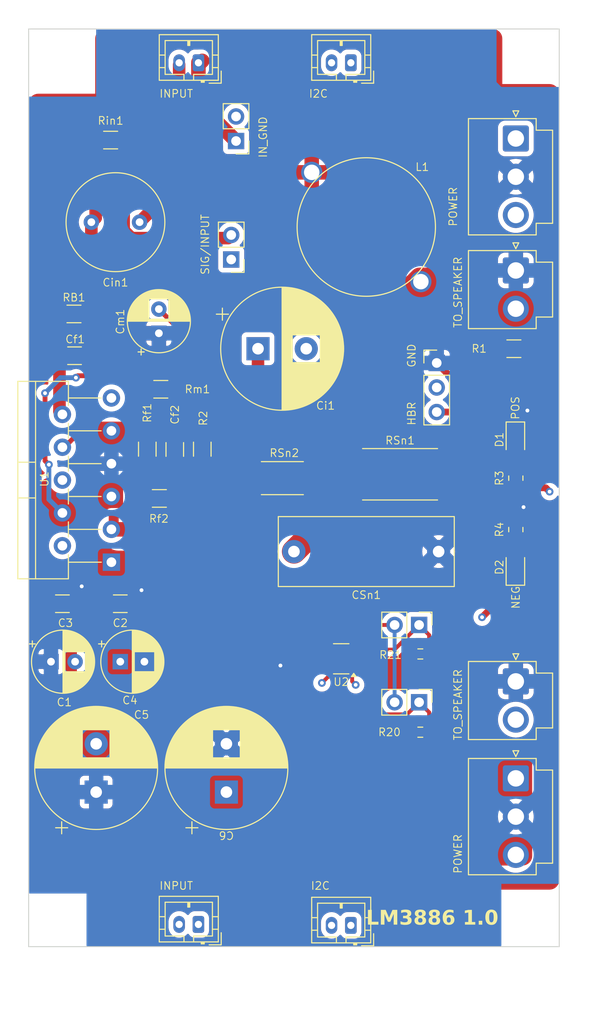
<source format=kicad_pcb>
(kicad_pcb (version 20240108) (generator "pcbnew") (generator_version "8.0")
  (layers (0 "F.Cu" signal) (1 "In1.Cu" signal) (2 "In2.Cu" signal) (31 "B.Cu" signal) (34 "B.Paste" user) (35 "F.Paste" user) (36 "B.SilkS" user "B.Silkscreen") (37 "F.SilkS" user "F.Silkscreen") (38 "B.Mask" user) (39 "F.Mask" user) (44 "Edge.Cuts" user))
  (net 0 "")
  (net 1 "CH1-IN")
  (net 2 "Net-(Ci1-Pad1)")
  (net 3 "VP")
  (net 4 "VM")
  (net 5 "CH1-OUT")
  (net 6 "INPUTGND")
  (net 7 "PGND")
  (net 8 "Net-(CSn1-Pad2)")
  (net 9 "Net-(D1-A)")
  (net 10 "Net-(D2-A)")
  (net 11 "Net-(Cin1-Pad2)")
  (net 12 "FB1")
  (net 13 "SIGGND")
  (net 14 "Net-(U1-+)")
  (net 15 "CH1GND")
  (net 16 "OPAMP_NEG")
  (net 17 "FB2")
  (net 18 "Net-(J6-Pin_3)")
  (net 19 "Net-(U1-MUTE)")
  (net 23 "SDA")
  (net 24 "SCL")
  (net 25 "3V3")
  (net 26 "ADD0")
  (net 27 "ADD1")
  (footprint "Capacitor_SMD:C_1206_3216Metric_Pad1.33x1.80mm_HandSolder" (layer "F.Cu") (at 81.058353 71.276232)
    (property "Reference" "Cf1" (at 0.0625 -1.7 0) (layer "F.SilkS") (effects (font (size 0.8 0.8) (thickness 0.1))))
    (property "Value" "680p")
    (pad "1" smd roundrect (at -1.5625 0) (size 1.325 1.8) (layers "F.Cu" "F.Paste" "F.Mask") (roundrect_rratio 0.188679) (net 14 "Net-(U1-+)"))
    (pad "2" smd roundrect (at 1.5625 0) (size 1.325 1.8) (layers "F.Cu" "F.Paste" "F.Mask") (roundrect_rratio 0.188679) (net 6 "INPUTGND"))
  )
  (footprint "Resistor_SMD:R_1206_3216Metric_Pad1.30x1.75mm_HandSolder" (layer "F.Cu") (at 94.3 80.95 -90)
    (property "Reference" "R2" (at -3.2 -0.1 90) (layer "F.SilkS") (effects (font (size 0.8 0.8) (thickness 0.1))))
    (property "Value" "1.0K")
    (pad "1" smd roundrect (at -1.55 0 270) (size 1.3 1.75) (layers "F.Cu" "F.Paste" "F.Mask") (roundrect_rratio 0.192308) (net 16 "OPAMP_NEG"))
    (pad "2" smd roundrect (at 1.55 0 270) (size 1.3 1.75) (layers "F.Cu" "F.Paste" "F.Mask") (roundrect_rratio 0.192308) (net 2 "Net-(Ci1-Pad1)"))
  )
  (footprint "Connector_JST:JST_VH_B2P-VH_1x02_P3.96mm_Vertical" (layer "F.Cu") (at 126.8 104.99 -90)
    (property "Reference" "J7" (hide yes))
    (property "Value" "Conn_01x02_Male")
    (pad "1" thru_hole roundrect (at 0 0 270) (size 2.7 2.7) (drill 1.7) (layers "*.Cu" "*.Mask") (roundrect_rratio 0.092593) (net 7 "PGND"))
    (pad "2" thru_hole circle (at 3.96 0 270) (size 2.7 2.7) (drill 1.7) (layers "*.Cu" "*.Mask") (net 5 "CH1-OUT"))
  )
  (footprint "Connector_JST:JST_PH_B2B-PH-K_1x02_P2.00mm_Vertical" (layer "F.Cu") (at 93.9 130.15 180)
    (property "Reference" "J9" (hide yes))
    (property "Value" "Conn_01x02_Male")
    (pad "1" thru_hole roundrect (at 0 0 180) (size 1.2 1.75) (drill 0.75) (layers "*.Cu" "*.Mask") (roundrect_rratio 0.208333) (net 15 "CH1GND"))
    (pad "2" thru_hole oval (at 2 0 180) (size 1.2 1.75) (drill 0.75) (layers "*.Cu" "*.Mask") (net 1 "CH1-IN"))
  )
  (footprint "Capacitor_THT:CP_Radial_D6.3mm_P2.50mm" (layer "F.Cu") (at 78.617621 102.95)
    (property "Reference" "C3" (at 1.5 -4 0) (layer "F.SilkS") (effects (font (size 0.8 0.8) (thickness 0.1))))
    (property "Value" "22U 50V")
    (pad "1" thru_hole rect (at 0 0) (size 1.6 1.6) (drill 0.8) (layers "*.Cu" "*.Mask") (net 7 "PGND"))
    (pad "2" thru_hole circle (at 2.5 0) (size 1.6 1.6) (drill 0.8) (layers "*.Cu" "*.Mask") (net 4 "VM"))
  )
  (footprint "Resistor_SMD:R_1206_3216Metric_Pad1.30x1.75mm_HandSolder" (layer "F.Cu") (at 126.6 70.55 180)
    (property "Reference" "R1" (at 3.6 0 0) (layer "F.SilkS") (effects (font (size 0.8 0.8) (thickness 0.1))))
    (property "Value" "15R")
    (pad "1" smd roundrect (at -1.55 0 180) (size 1.3 1.75) (layers "F.Cu" "F.Paste" "F.Mask") (roundrect_rratio 0.192308) (net 18 "Net-(J6-Pin_3)"))
    (pad "2" smd roundrect (at 1.55 0 180) (size 1.3 1.75) (layers "F.Cu" "F.Paste" "F.Mask") (roundrect_rratio 0.192308) (net 7 "PGND"))
  )
  (footprint "Resistor_SMD:R_0805_2012Metric_Pad1.20x1.40mm_HandSolder" (layer "F.Cu") (at 126.8 83.95 -90)
    (property "Reference" "R3" (at 0 1.7 90) (layer "F.SilkS") (effects (font (size 0.8 0.8) (thickness 0.1))))
    (property "Value" "9.1K")
    (pad "1" smd roundrect (at -1 0 270) (size 1.2 1.4) (layers "F.Cu" "F.Paste" "F.Mask") (roundrect_rratio 0.208333) (net 9 "Net-(D1-A)"))
    (pad "2" smd roundrect (at 1 0 270) (size 1.2 1.4) (layers "F.Cu" "F.Paste" "F.Mask") (roundrect_rratio 0.208333) (net 3 "VP"))
  )
  (footprint "Capacitor_THT:CP_Radial_D6.3mm_P2.50mm" (layer "F.Cu") (at 85.8 102.95)
    (property "Reference" "C4" (at 1 4 0) (layer "F.SilkS") (effects (font (size 0.8 0.8) (thickness 0.1))))
    (property "Value" "22U 50V")
    (pad "1" thru_hole rect (at 0 0) (size 1.6 1.6) (drill 0.8) (layers "*.Cu" "*.Mask") (net 3 "VP"))
    (pad "2" thru_hole circle (at 2.5 0) (size 1.6 1.6) (drill 0.8) (layers "*.Cu" "*.Mask") (net 7 "PGND"))
  )
  (footprint "Capacitor_THT:CP_Radial_D12.5mm_P5.00mm" (layer "F.Cu") (at 100.076041 70.55)
    (property "Reference" "Ci1" (at 7 5.9 0) (layer "F.SilkS") (effects (font (size 0.8 0.8) (thickness 0.1))))
    (property "Value" "470U")
    (pad "1" thru_hole rect (at 0 0) (size 2.4 2.4) (drill 1.2) (layers "*.Cu" "*.Mask") (net 2 "Net-(Ci1-Pad1)"))
    (pad "2" thru_hole circle (at 5 0) (size 2.4 2.4) (drill 1.2) (layers "*.Cu" "*.Mask") (net 13 "SIGGND"))
  )
  (footprint "MountingHole:MountingHole_3mm" (layer "F.Cu") (at 128.8 129.95)
    (property "Reference" "H4" (hide yes))
    (property "Value" "MountingHole")
    (pad "" np_thru_hole circle (at 0 0) (size 3 3) (drill 3) (layers "*.Cu" "*.Mask"))
  )
  (footprint "Package_TO_SOT_SMD:SOT-23-6" (layer "F.Cu") (at 108.7 102.65 180)
    (property "Reference" "U2" (at 0 -2.4 360) (layer "F.SilkS") (effects (font (size 0.8 0.8) (thickness 0.1))))
    (property "Value" "TMP100")
    (pad "1" smd roundrect (at -1.1375 -0.95 180) (size 1.325 0.6) (layers "F.Cu" "F.Paste" "F.Mask") (net 24 "SCL"))
    (pad "2" smd roundrect (at -1.1375 0 180) (size 1.325 0.6) (layers "F.Cu" "F.Paste" "F.Mask") (net 7 "PGND"))
    (pad "3" smd roundrect (at -1.1375 0.95 180) (size 1.325 0.6) (layers "F.Cu" "F.Paste" "F.Mask") (net 27 "ADD1"))
    (pad "4" smd roundrect (at 1.1375 0.95 180) (size 1.325 0.6) (layers "F.Cu" "F.Paste" "F.Mask") (net 25 "3V3"))
    (pad "5" smd roundrect (at 1.1375 0 180) (size 1.325 0.6) (layers "F.Cu" "F.Paste" "F.Mask") (net 26 "ADD0"))
    (pad "6" smd roundrect (at 1.1375 -0.95 180) (size 1.325 0.6) (layers "F.Cu" "F.Paste" "F.Mask") (net 23 "SDA"))
  )
  (footprint "Capacitor_SMD:C_1206_3216Metric_Pad1.33x1.80mm_HandSolder" (layer "F.Cu") (at 85.8 96.95)
    (property "Reference" "C2" (at 0 2 0) (layer "F.SilkS") (effects (font (size 0.8 0.8) (thickness 0.1))))
    (property "Value" "4.7U X7R 50V")
    (pad "1" smd roundrect (at -1.5625 0) (size 1.325 1.8) (layers "F.Cu" "F.Paste" "F.Mask") (roundrect_rratio 0.188679) (net 3 "VP"))
    (pad "2" smd roundrect (at 1.5625 0) (size 1.325 1.8) (layers "F.Cu" "F.Paste" "F.Mask") (roundrect_rratio 0.188679) (net 7 "PGND"))
  )
  (footprint "Resistor_SMD:R_1206_3216Metric_Pad1.30x1.75mm_HandSolder" (layer "F.Cu") (at 88.6 80.95 90)
    (property "Reference" "Rf1" (at 3.75 0 90) (layer "F.SilkS") (effects (font (size 0.8 0.8) (thickness 0.1))))
    (property "Value" "23.4K")
    (pad "1" smd roundrect (at -1.55 0 90) (size 1.3 1.75) (layers "F.Cu" "F.Paste" "F.Mask") (roundrect_rratio 0.192308) (net 12 "FB1"))
    (pad "2" smd roundrect (at 1.55 0 90) (size 1.3 1.75) (layers "F.Cu" "F.Paste" "F.Mask") (roundrect_rratio 0.192308) (net 16 "OPAMP_NEG"))
  )
  (footprint "Connector_JST:JST_PH_B2B-PH-K_1x02_P2.00mm_Vertical" (layer "F.Cu") (at 109.7 130.25 180)
    (property "Reference" "J11" (hide yes))
    (property "Value" "Conn_01x02_Male")
    (pad "1" thru_hole roundrect (at 0 0 180) (size 1.2 1.75) (drill 0.75) (layers "*.Cu" "*.Mask") (roundrect_rratio 0.208333) (net 24 "SCL"))
    (pad "2" thru_hole oval (at 2 0 180) (size 1.2 1.75) (drill 0.75) (layers "*.Cu" "*.Mask") (net 23 "SDA"))
  )
  (footprint "Connector_JST:JST_PH_B2B-PH-K_1x02_P2.00mm_Vertical" (layer "F.Cu") (at 93.9 40.95 180)
    (property "Reference" "J2" (hide yes))
    (property "Value" "Conn_01x02_Male")
    (pad "1" thru_hole roundrect (at 0 0 180) (size 1.2 1.75) (drill 0.75) (layers "*.Cu" "*.Mask") (roundrect_rratio 0.208333) (net 15 "CH1GND"))
    (pad "2" thru_hole oval (at 2 0 180) (size 1.2 1.75) (drill 0.75) (layers "*.Cu" "*.Mask") (net 1 "CH1-IN"))
  )
  (footprint "Connector_JST:JST_VH_B3P-VH-B_1x03_P3.96mm_Vertical" (layer "F.Cu") (at 126.8 48.7875 -90)
    (property "Reference" "J3" (hide yes))
    (property "Value" "Conn_01x03_Male")
    (pad "1" thru_hole roundrect (at 0 0 270) (size 2.7 2.7) (drill 1.7) (layers "*.Cu" "*.Mask") (roundrect_rratio 0.092593) (net 3 "VP"))
    (pad "2" thru_hole circle (at 3.96 0 270) (size 2.7 2.7) (drill 1.7) (layers "*.Cu" "*.Mask") (net 7 "PGND"))
    (pad "3" thru_hole circle (at 7.92 0 270) (size 2.7 2.7) (drill 1.7) (layers "*.Cu" "*.Mask") (net 4 "VM"))
  )
  (footprint "Resistor_SMD:R_0603_1608Metric_Pad0.98x0.95mm_HandSolder" (layer "F.Cu") (at 116.9 102.15)
    (property "Reference" "R21" (at -3.0875 0.1 0) (layer "F.SilkS") (effects (font (size 0.8 0.8) (thickness 0.1))))
    (property "Value" "4.7K")
    (pad "1" smd roundrect (at -0.9125 0) (size 0.975 0.95) (layers "F.Cu" "F.Paste" "F.Mask") (net 7 "PGND"))
    (pad "2" smd roundrect (at 0.9125 0) (size 0.975 0.95) (layers "F.Cu" "F.Paste" "F.Mask") (net 27 "ADD1"))
  )
  (footprint "Resistor_SMD:R_2512_6332Metric_Pad1.40x3.35mm_HandSolder" (layer "F.Cu") (at 102.6 83.95 180)
    (property "Reference" "RSn2" (at -0.2 2.6 0) (layer "F.SilkS") (effects (font (size 0.8 0.8) (thickness 0.1))))
    (property "Value" "4R7 2W")
    (pad "1" smd roundrect (at -3.05 0 180) (size 1.4 3.35) (layers "F.Cu" "F.Paste" "F.Mask") (roundrect_rratio 0.178571) (net 8 "Net-(CSn1-Pad2)"))
    (pad "2" smd roundrect (at 3.05 0 180) (size 1.4 3.35) (layers "F.Cu" "F.Paste" "F.Mask") (roundrect_rratio 0.178571) (net 12 "FB1"))
  )
  (footprint "Connector_PinHeader_2.54mm:PinHeader_1x02_P2.54mm_Vertical" (layer "F.Cu") (at 97.8 49.05 180)
    (property "Reference" "J1" (hide yes))
    (property "Value" "Conn_01x02_Male")
    (pad "1" thru_hole rect (at 0 0 180) (size 1.7 1.7) (drill 1) (layers "*.Cu" "*.Mask") (net 15 "CH1GND"))
    (pad "2" thru_hole oval (at 0 2.54 180) (size 1.7 1.7) (drill 1) (layers "*.Cu" "*.Mask") (net 6 "INPUTGND"))
  )
  (footprint "Capacitor_SMD:C_1206_3216Metric_Pad1.33x1.80mm_HandSolder" (layer "F.Cu") (at 79.8 96.95 180)
    (property "Reference" "C1" (at -0.2 -10.2 0) (layer "F.SilkS") (effects (font (size 0.8 0.8) (thickness 0.1))))
    (property "Value" "4.7U X7R 50V")
    (pad "1" smd roundrect (at -1.5625 0 180) (size 1.325 1.8) (layers "F.Cu" "F.Paste" "F.Mask") (roundrect_rratio 0.188679) (net 7 "PGND"))
    (pad "2" smd roundrect (at 1.5625 0 180) (size 1.325 1.8) (layers "F.Cu" "F.Paste" "F.Mask") (roundrect_rratio 0.188679) (net 4 "VM"))
  )
  (footprint "Connector_PinHeader_2.54mm:PinHeader_1x02_P2.54mm_Vertical" (layer "F.Cu") (at 116.775 99.15 -90)
    (property "Reference" "J13" (hide yes))
    (property "Value" "Conn_01x02_Male")
    (pad "1" thru_hole rect (at 0 0 270) (size 1.7 1.7) (drill 1) (layers "*.Cu" "*.Mask") (net 27 "ADD1"))
    (pad "2" thru_hole oval (at 0 2.54 270) (size 1.7 1.7) (drill 1) (layers "*.Cu" "*.Mask") (net 25 "3V3"))
  )
  (footprint "Resistor_SMD:R_1206_3216Metric_Pad1.30x1.75mm_HandSolder" (layer "F.Cu") (at 90 74.75 180)
    (property "Reference" "Rm1" (at -3.8 0 0) (layer "F.SilkS") (effects (font (size 0.8 0.8) (thickness 0.1))))
    (property "Value" "38.3K")
    (pad "1" smd roundrect (at -1.55 0 180) (size 1.3 1.75) (layers "F.Cu" "F.Paste" "F.Mask") (roundrect_rratio 0.192308) (net 19 "Net-(U1-MUTE)"))
    (pad "2" smd roundrect (at 1.55 0 180) (size 1.3 1.75) (layers "F.Cu" "F.Paste" "F.Mask") (roundrect_rratio 0.192308) (net 4 "VM"))
  )
  (footprint "MountingHole:MountingHole_3mm" (layer "F.Cu") (at 78.8 39.95)
    (property "Reference" "H1" (hide yes))
    (property "Value" "MountingHole")
    (pad "" np_thru_hole circle (at 0 0) (size 3 3) (drill 3) (layers "*.Cu" "*.Mask"))
  )
  (footprint "Package_TO_SOT_THT:TO-220-11_P3.4x5.08mm_StaggerOdd_Lead4.85mm_Vertical" (layer "F.Cu") (at 84.88 92.65 90)
    (property "Reference" "U1" (at 8.6 -6.935 90) (layer "F.SilkS") (effects (font (size 0.8 0.8) (thickness 0.1))))
    (property "Value" "LM3886")
    (pad "1" thru_hole rect (at 0 0 90) (size 1.8 1.8) (drill 1) (layers "*.Cu" "*.Mask") (net 3 "VP"))
    (pad "2" thru_hole oval (at 1.7 -5.08 90) (size 1.8 1.8) (drill 1) (layers "*.Cu" "*.Mask"))
    (pad "3" thru_hole oval (at 3.4 0 90) (size 1.8 1.8) (drill 1) (layers "*.Cu" "*.Mask") (net 12 "FB1"))
    (pad "4" thru_hole oval (at 5.1 -5.08 90) (size 1.8 1.8) (drill 1) (layers "*.Cu" "*.Mask") (net 4 "VM"))
    (pad "5" thru_hole oval (at 6.8 0 90) (size 1.8 1.8) (drill 1) (layers "*.Cu" "*.Mask") (net 3 "VP"))
    (pad "6" thru_hole oval (at 8.5 -5.08 90) (size 1.8 1.8) (drill 1) (layers "*.Cu" "*.Mask"))
    (pad "7" thru_hole oval (at 10.2 0 90) (size 1.8 1.8) (drill 1) (layers "*.Cu" "*.Mask") (net 7 "PGND"))
    (pad "8" thru_hole oval (at 11.9 -5.08 90) (size 1.8 1.8) (drill 1) (layers "*.Cu" "*.Mask") (net 19 "Net-(U1-MUTE)"))
    (pad "9" thru_hole oval (at 13.6 0 90) (size 1.8 1.8) (drill 1) (layers "*.Cu" "*.Mask") (net 16 "OPAMP_NEG"))
    (pad "10" thru_hole oval (at 15.3 -5.08 90) (size 1.8 1.8) (drill 1) (layers "*.Cu" "*.Mask") (net 14 "Net-(U1-+)"))
    (pad "11" thru_hole oval (at 17 0 90) (size 1.8 1.8) (drill 1) (layers "*.Cu" "*.Mask"))
  )
  (footprint "Capacitor_THT:C_Radial_D10.0mm_H12.5mm_P5.00mm" (layer "F.Cu") (at 87.8 57.45 180)
    (property "Reference" "Cin1" (at 2.5 -6.25 0) (layer "F.SilkS") (effects (font (size 0.8 0.8) (thickness 0.1))))
    (property "Value" "22u NICHICON MUSE ES")
    (pad "1" thru_hole circle (at 0 0 180) (size 1.6 1.6) (drill 0.8) (layers "*.Cu" "*.Mask") (net 1 "CH1-IN"))
    (pad "2" thru_hole circle (at 5 0 180) (size 1.6 1.6) (drill 0.8) (layers "*.Cu" "*.Mask") (net 11 "Net-(Cin1-Pad2)"))
  )
  (footprint "Connector_PinHeader_2.54mm:PinHeader_1x03_P2.54mm_Vertical" (layer "F.Cu") (at 118.6 72.025)
    (property "Reference" "J6" (hide yes))
    (property "Value" "Conn_01x03_Male")
    (pad "1" thru_hole rect (at 0 0) (size 1.7 1.7) (drill 1) (layers "*.Cu" "*.Mask") (net 7 "PGND"))
    (pad "2" thru_hole oval (at 0 2.54) (size 1.7 1.7) (drill 1) (layers "*.Cu" "*.Mask") (net 13 "SIGGND"))
    (pad "3" thru_hole oval (at 0 5.08) (size 1.7 1.7) (drill 1) (layers "*.Cu" "*.Mask") (net 18 "Net-(J6-Pin_3)"))
  )
  (footprint "Capacitor_THT:C_Rect_L18.0mm_W7.0mm_P15.00mm_FKS3_FKP3" (layer "F.Cu") (at 118.8 91.55 180)
    (property "Reference" "CSn1" (at 7.5 -4.5 0) (layer "F.SilkS") (effects (font (size 0.8 0.8) (thickness 0.1))))
    (property "Value" "220N PP 100V")
    (pad "1" thru_hole circle (at 0 0 180) (size 2.4 2.4) (drill 1.2) (layers "*.Cu" "*.Mask") (net 7 "PGND"))
    (pad "2" thru_hole circle (at 15 0 180) (size 2.4 2.4) (drill 1.2) (layers "*.Cu" "*.Mask") (net 8 "Net-(CSn1-Pad2)"))
  )
  (footprint "Resistor_SMD:R_0805_2012Metric_Pad1.20x1.40mm_HandSolder" (layer "F.Cu") (at 126.8 89.275 90)
    (property "Reference" "R4" (at 0 -1.7 90) (layer "F.SilkS") (effects (font (size 0.8 0.8) (thickness 0.1))))
    (property "Value" "9.1K")
    (pad "1" smd roundrect (at -1 0 90) (size 1.2 1.4) (layers "F.Cu" "F.Paste" "F.Mask") (roundrect_rratio 0.208333) (net 10 "Net-(D2-A)"))
    (pad "2" smd roundrect (at 1 0 90) (size 1.2 1.4) (layers "F.Cu" "F.Paste" "F.Mask") (roundrect_rratio 0.208333) (net 7 "PGND"))
  )
  (footprint "MountingHole:MountingHole_3mm" (layer "F.Cu") (at 128.8 39.95)
    (property "Reference" "H2" (hide yes))
    (property "Value" "MountingHole")
    (pad "" np_thru_hole circle (at 0 0) (size 3 3) (drill 3) (layers "*.Cu" "*.Mask"))
  )
  (footprint "Resistor_SMD:R_4020_10251Metric_Pad1.65x5.30mm_HandSolder" (layer "F.Cu") (at 114.8 83.55 180)
    (property "Reference" "RSn1" (at 0 3.5 0) (layer "F.SilkS") (effects (font (size 0.8 0.8) (thickness 0.1))))
    (property "Value" "10R")
    (pad "1" smd roundrect (at -4.9 0 180) (size 1.65 5.3) (layers "F.Cu" "F.Paste" "F.Mask") (roundrect_rratio 0.151515) (net 5 "CH1-OUT"))
    (pad "2" smd roundrect (at 4.9 0 180) (size 1.65 5.3) (layers "F.Cu" "F.Paste" "F.Mask") (roundrect_rratio 0.151515) (net 12 "FB1"))
  )
  (footprint "Connector_JST:JST_VH_B2P-VH_1x02_P3.96mm_Vertical" (layer "F.Cu") (at 126.8 62.45 -90)
    (property "Reference" "J4" (hide yes))
    (property "Value" "Conn_01x02_Male")
    (pad "1" thru_hole roundrect (at 0 0 270) (size 2.7 2.7) (drill 1.7) (layers "*.Cu" "*.Mask") (roundrect_rratio 0.092593) (net 7 "PGND"))
    (pad "2" thru_hole circle (at 3.96 0 270) (size 2.7 2.7) (drill 1.7) (layers "*.Cu" "*.Mask") (net 5 "CH1-OUT"))
  )
  (footprint "LED_SMD:LED_0805_2012Metric_Pad1.15x1.40mm_HandSolder" (layer "F.Cu") (at 126.755 79.995 -90)
    (property "Reference" "D1" (at -0.02 1.655 90) (layer "F.SilkS") (effects (font (size 0.8 0.8) (thickness 0.1))))
    (property "Value" "BLUE")
    (pad "1" smd roundrect (at -1.025 0 270) (size 1.15 1.4) (layers "F.Cu" "F.Paste" "F.Mask") (roundrect_rratio 0.217391) (net 7 "PGND"))
    (pad "2" smd roundrect (at 1.025 0 270) (size 1.15 1.4) (layers "F.Cu" "F.Paste" "F.Mask") (roundrect_rratio 0.217391) (net 9 "Net-(D1-A)"))
  )
  (footprint "Resistor_SMD:R_0603_1608Metric_Pad0.98x0.95mm_HandSolder" (layer "F.Cu") (at 116.9 110.25)
    (property "Reference" "R20" (at -3.2 0 0) (layer "F.SilkS") (effects (font (size 0.8 0.8) (thickness 0.1))))
    (property "Value" "4.7K")
    (pad "1" smd roundrect (at -0.9125 0) (size 0.975 0.95) (layers "F.Cu" "F.Paste" "F.Mask") (net 7 "PGND"))
    (pad "2" smd roundrect (at 0.9125 0) (size 0.975 0.95) (layers "F.Cu" "F.Paste" "F.Mask") (net 26 "ADD0"))
  )
  (footprint "Resistor_SMD:R_1206_3216Metric_Pad1.30x1.75mm_HandSolder" (layer "F.Cu") (at 84.8 48.95 180)
    (property "Reference" "Rin1" (at 0 2 0) (layer "F.SilkS") (effects (font (size 0.8 0.8) (thickness 0.1))))
    (property "Value" "20K")
    (pad "1" smd roundrect (at -1.55 0 180) (size 1.3 1.75) (layers "F.Cu" "F.Paste" "F.Mask") (roundrect_rratio 0.192308) (net 6 "INPUTGND"))
    (pad "2" smd roundrect (at 1.55 0 180) (size 1.3 1.75) (layers "F.Cu" "F.Paste" "F.Mask") (roundrect_rratio 0.192308) (net 11 "Net-(Cin1-Pad2)"))
  )
  (footprint "Capacitor_THT:CP_Radial_D6.3mm_P2.50mm" (layer "F.Cu") (at 89.8 68.95 90)
    (property "Reference" "Cm1" (at 1.2 -4 90) (layer "F.SilkS") (effects (font (size 0.8 0.8) (thickness 0.1))))
    (property "Value" "47U 50V")
    (pad "1" thru_hole rect (at 0 0 90) (size 1.6 1.6) (drill 0.8) (layers "*.Cu" "*.Mask") (net 7 "PGND"))
    (pad "2" thru_hole circle (at 2.5 0 90) (size 1.6 1.6) (drill 0.8) (layers "*.Cu" "*.Mask") (net 19 "Net-(U1-MUTE)"))
  )
  (footprint "Connector_JST:JST_PH_B2B-PH-K_1x02_P2.00mm_Vertical" (layer "F.Cu") (at 109.7 40.95 180)
    (property "Reference" "J10" (hide yes))
    (property "Value" "Conn_01x02_Male")
    (pad "1" thru_hole roundrect (at 0 0 180) (size 1.2 1.75) (drill 0.75) (layers "*.Cu" "*.Mask") (roundrect_rratio 0.208333) (net 24 "SCL"))
    (pad "2" thru_hole oval (at 2 0 180) (size 1.2 1.75) (drill 0.75) (layers "*.Cu" "*.Mask") (net 23 "SDA"))
  )
  (footprint "Capacitor_SMD:C_1206_3216Metric_Pad1.33x1.80mm_HandSolder" (layer "F.Cu") (at 91.45 80.98 90)
    (property "Reference" "Cf2" (at 3.6 0.015 90) (layer "F.SilkS") (effects (font (size 0.8 0.8) (thickness 0.1))))
    (property "Value" "47P")
    (pad "1" smd roundrect (at -1.5625 0 90) (size 1.325 1.8) (layers "F.Cu" "F.Paste" "F.Mask") (roundrect_rratio 0.188679) (net 17 "FB2"))
    (pad "2" smd roundrect (at 1.5625 0 90) (size 1.325 1.8) (layers "F.Cu" "F.Paste" "F.Mask") (roundrect_rratio 0.188679) (net 16 "OPAMP_NEG"))
  )
  (footprint "Capacitor_THT:CP_Radial_D12.5mm_P5.00mm" (layer "F.Cu") (at 96.8 116.45 90)
    (property "Reference" "C6" (at -4.476041 0 180) (layer "F.SilkS") (effects (font (size 0.8 0.8) (thickness 0.1))))
    (property "Value" "1000U 50V")
    (pad "1" thru_hole rect (at 0 0 90) (size 2.4 2.4) (drill 1.2) (layers "*.Cu" "*.Mask") (net 3 "VP"))
    (pad "2" thru_hole circle (at 5 0 90) (size 2.4 2.4) (drill 1.2) (layers "*.Cu" "*.Mask") (net 7 "PGND"))
  )
  (footprint "Connector_PinHeader_2.54mm:PinHeader_1x02_P2.54mm_Vertical" (layer "F.Cu") (at 116.775 107.15 -90)
    (property "Reference" "J12" (hide yes))
    (property "Value" "Conn_01x02_Male")
    (pad "1" thru_hole rect (at 0 0 270) (size 1.7 1.7) (drill 1) (layers "*.Cu" "*.Mask") (net 26 "ADD0"))
    (pad "2" thru_hole oval (at 0 2.54 270) (size 1.7 1.7) (drill 1) (layers "*.Cu" "*.Mask") (net 25 "3V3"))
  )
  (footprint "MountingHole:MountingHole_3mm" (layer "F.Cu") (at 78.8 129.95)
    (property "Reference" "H3" (hide yes))
    (property "Value" "MountingHole")
    (pad "" np_thru_hole circle (at 0 0) (size 3 3) (drill 3) (layers "*.Cu" "*.Mask"))
  )
  (footprint "Resistor_SMD:R_1206_3216Metric_Pad1.30x1.75mm_HandSolder" (layer "F.Cu") (at 89.85 86.05)
    (property "Reference" "Rf2" (at -0.05 2.1 0) (layer "F.SilkS") (effects (font (size 0.8 0.8) (thickness 0.1))))
    (property "Value" "20K")
    (pad "1" smd roundrect (at -1.55 0) (size 1.3 1.75) (layers "F.Cu" "F.Paste" "F.Mask") (roundrect_rratio 0.192308) (net 12 "FB1"))
    (pad "2" smd roundrect (at 1.55 0) (size 1.3 1.75) (layers "F.Cu" "F.Paste" "F.Mask") (roundrect_rratio 0.192308) (net 17 "FB2"))
  )
  (footprint "Resistor_SMD:R_1206_3216Metric_Pad1.30x1.75mm_HandSolder" (layer "F.Cu") (at 81 66.95 180)
    (property "Reference" "RB1" (at 0 1.7 0) (layer "F.SilkS") (effects (font (size 0.8 0.8) (thickness 0.1))))
    (property "Value" "1.2K")
    (pad "1" smd roundrect (at -1.55 0 180) (size 1.3 1.75) (layers "F.Cu" "F.Paste" "F.Mask") (roundrect_rratio 0.192308) (net 11 "Net-(Cin1-Pad2)"))
    (pad "2" smd roundrect (at 1.55 0 180) (size 1.3 1.75) (layers "F.Cu" "F.Paste" "F.Mask") (roundrect_rratio 0.192308) (net 14 "Net-(U1-+)"))
  )
  (footprint "Connector_PinHeader_2.54mm:PinHeader_1x02_P2.54mm_Vertical" (layer "F.Cu") (at 97.3 61.315 180)
    (property "Reference" "J5" (hide yes))
    (property "Value" "Conn_01x02_Male")
    (pad "1" thru_hole rect (at 0 0 180) (size 1.7 1.7) (drill 1) (layers "*.Cu" "*.Mask") (net 13 "SIGGND"))
    (pad "2" thru_hole oval (at 0 2.54 180) (size 1.7 1.7) (drill 1) (layers "*.Cu" "*.Mask") (net 6 "INPUTGND"))
  )
  (footprint "Components:500nH Inductor Aliexpress Air Gap" (layer "F.Cu") (at 111.3 57.95 -45)
    (property "Reference" "L1" (at -0.289723 -8.492162 0) (layer "F.SilkS") (effects (font (size 0.8 0.8) (thickness 0.1))))
    (property "Value" "500nH")
    (pad "1" thru_hole circle (at -8 0 315) (size 2.2 2.2) (drill 1.6) (layers "*.Cu" "*.Mask") (net 12 "FB1"))
    (pad "2" thru_hole circle (at 8 0 315) (size 2.2 2.2) (drill 1.6) (layers "*.Cu" "*.Mask") (net 5 "CH1-OUT"))
  )
  (footprint "LED_SMD:LED_0805_2012Metric_Pad1.15x1.40mm_HandSolder" (layer "F.Cu") (at 126.755 93.175 90)
    (property "Reference" "D2" (at 0 -1.655 90) (layer "F.SilkS") (effects (font (size 0.8 0.8) (thickness 0.1))))
    (property "Value" "YELLOW")
    (pad "1" smd roundrect (at -1.025 0 90) (size 1.15 1.4) (layers "F.Cu" "F.Paste" "F.Mask") (roundrect_rratio 0.217391) (net 4 "VM"))
    (pad "2" smd roundrect (at 1.025 0 90) (size 1.15 1.4) (layers "F.Cu" "F.Paste" "F.Mask") (roundrect_rratio 0.217391) (net 10 "Net-(D2-A)"))
  )
  (footprint "Capacitor_THT:CP_Radial_D12.5mm_P5.00mm" (layer "F.Cu") (at 83.3 116.45 90)
    (property "Reference" "C5" (at 8 4.7 0) (layer "F.SilkS") (effects (font (size 0.8 0.8) (thickness 0.1))))
    (property "Value" "1000U 50V")
    (pad "1" thru_hole rect (at 0 0 90) (size 2.4 2.4) (drill 1.2) (layers "*.Cu" "*.Mask") (net 7 "PGND"))
    (pad "2" thru_hole circle (at 5 0 90) (size 2.4 2.4) (drill 1.2) (layers "*.Cu" "*.Mask") (net 4 "VM"))
  )
  (footprint "Connector_JST:JST_VH_B3P-VH-B_1x03_P3.96mm_Vertical" (layer "F.Cu") (at 126.8 115.03 -90)
    (property "Reference" "J8" (hide yes))
    (property "Value" "Conn_01x03_Male")
    (pad "1" thru_hole roundrect (at 0 0 270) (size 2.7 2.7) (drill 1.7) (layers "*.Cu" "*.Mask") (roundrect_rratio 0.092593) (net 3 "VP"))
    (pad "2" thru_hole circle (at 3.96 0 270) (size 2.7 2.7) (drill 1.7) (layers "*.Cu" "*.Mask") (net 7 "PGND"))
    (pad "3" thru_hole circle (at 7.92 0 270) (size 2.7 2.7) (drill 1.7) (layers "*.Cu" "*.Mask") (net 4 "VM"))
  )
  (gr_line (start 76.3 132.45) (end 76.3 37.45) (stroke (width 0.1)) (layer "Edge.Cuts"))
  (gr_line (start 76.3 37.45) (end 131.3 37.45) (stroke (width 0.1)) (layer "Edge.Cuts"))
  (gr_line (start 131.3 37.45) (end 131.3 132.45) (stroke (width 0.1)) (layer "Edge.Cuts"))
  (gr_line (start 76.3 132.45) (end 131.3 132.45) (stroke (width 0.1)) (layer "Edge.Cuts"))
  (gr_text "GND" (at 116 72.55 90) (layer "F.SilkS") (effects (font (size 0.8 0.8) (thickness 0.1)) (justify left)))
  (gr_text "INPUT" (at 89.8 126.15 0) (layer "F.SilkS") (effects (font (size 0.8 0.8) (thickness 0.1)) (justify left)))
  (gr_text "I2C\n" (at 105.3 44.15 0) (layer "F.SilkS") (effects (font (size 0.8 0.8) (thickness 0.1)) (justify left)))
  (gr_text "IN_GND" (at 100.6 50.85 90) (layer "F.SilkS") (effects (font (size 0.8 0.8) (thickness 0.1)) (justify left)))
  (gr_text "INPUT" (at 89.8 44.15 0) (layer "F.SilkS") (effects (font (size 0.8 0.8) (thickness 0.1)) (justify left)))
  (gr_text "LM3886 1.0" (at 125 129.55 0) (layer "F.SilkS") (effects (font (size 1.5 1.5) (thickness 0.1) (bold yes)) (justify right)))
  (gr_text "HBR\n" (at 116 78.55 90) (layer "F.SilkS") (effects (font (size 0.8 0.8) (thickness 0.1)) (justify left)))
  (gr_text "TO_SPEAKER" (at 120.8 68.45 90) (layer "F.SilkS") (effects (font (size 0.8 0.8) (thickness 0.1)) (justify left)))
  (gr_text "POS" (at 126.755 77.95 90) (layer "F.SilkS") (effects (font (size 0.8 0.8) (thickness 0.1)) (justify left)))
  (gr_text "I2C" (at 105.5 126.15 0) (layer "F.SilkS") (effects (font (size 0.8 0.8) (thickness 0.1)) (justify left)))
  (gr_text "POWER" (at 120.3 57.95 90) (layer "F.SilkS") (effects (font (size 0.8 0.8) (thickness 0.1)) (justify left)))
  (gr_text "SIG/INPUT\n" (at 94.6 62.95 90) (layer "F.SilkS") (effects (font (size 0.8 0.8) (thickness 0.1)) (justify left)))
  (gr_text "TO_SPEAKER" (at 120.8 111.15 90) (layer "F.SilkS") (effects (font (size 0.8 0.8) (thickness 0.1)) (justify left)))
  (gr_text "POWER" (at 120.8 124.95 90) (layer "F.SilkS") (effects (font (size 0.8 0.8) (thickness 0.1)) (justify left)))
  (gr_text "NEG" (at 126.8 97.55 90) (layer "F.SilkS") (effects (font (size 0.8 0.8) (thickness 0.1)) (justify left)))
  (segment (start 91.9 41.15) (end 91.9 53.35) (width 1.3) (layer "F.Cu") (net 1))
  (segment (start 91.9 53.35) (end 87.8 57.45) (width 1.3) (layer "F.Cu") (net 1))
  (segment (start 100.076041 79.873959) (end 100.076041 70.55) (width 1.3) (layer "F.Cu") (net 2))
  (segment (start 97.45 82.5) (end 100.076041 79.873959) (width 1.3) (layer "F.Cu") (net 2))
  (segment (start 94.3 82.5) (end 97.45 82.5) (width 1.3) (layer "F.Cu") (net 2))
  (segment (start 129.9 84.95) (end 130.3 85.35) (width 0.7) (layer "F.Cu") (net 3))
  (segment (start 126.8 84.95) (end 129.9 84.95) (width 0.7) (layer "F.Cu") (net 3))
  (via (at 130.3 85.35) (size 0.8) (drill 0.4) (layers "F.Cu" "B.Cu") (net 3))
  (segment (start 126.755 94.895) (end 123.3 98.35) (width 0.7) (layer "F.Cu") (net 4))
  (segment (start 88 74.75) (end 86.6 73.35) (width 0.5) (layer "F.Cu") (net 4))
  (segment (start 126.755 94.2) (end 126.755 94.895) (width 0.7) (layer "F.Cu") (net 4))
  (segment (start 78 75.15) (end 78 82.15) (width 0.5) (layer "F.Cu") (net 4))
  (segment (start 86.6 73.35) (end 81.4 73.35) (width 0.5) (layer "F.Cu") (net 4))
  (segment (start 81.4 73.35) (end 81.2 73.55) (width 0.5) (layer "F.Cu") (net 4))
  (segment (start 78 82.15) (end 78.4 82.55) (width 0.5) (layer "F.Cu") (net 4))
  (segment (start 88.45 74.75) (end 88 74.75) (width 0.5) (layer "F.Cu") (net 4))
  (via (at 123.3 98.35) (size 0.8) (drill 0.4) (layers "F.Cu" "B.Cu") (net 4))
  (via (at 81.2 73.55) (size 0.8) (drill 0.4) (layers "F.Cu" "B.Cu") (net 4))
  (via (at 78.4 82.55) (size 0.8) (drill 0.4) (layers "F.Cu" "B.Cu") (net 4))
  (via (at 78 75.15) (size 0.8) (drill 0.4) (layers "F.Cu" "B.Cu") (net 4))
  (segment (start 79.6 73.55) (end 78 75.15) (width 0.5) (layer "B.Cu") (net 4))
  (segment (start 81.2 73.55) (end 79.6 73.55) (width 0.5) (layer "B.Cu") (net 4))
  (segment (start 79.8 87.55) (end 78.4 86.15) (width 0.5) (layer "B.Cu") (net 4))
  (segment (start 78.4 86.15) (end 78.4 82.55) (width 0.5) (layer "B.Cu") (net 4))
  (segment (start 86.35 48.95) (end 86.15 49.15) (width 1.3) (layer "F.Cu") (net 6))
  (segment (start 85 68.897085) (end 82.620853 71.276232) (width 1.3) (layer "F.Cu") (net 6))
  (segment (start 96.975 59.1) (end 97.3 58.775) (width 1.3) (layer "F.Cu") (net 6))
  (segment (start 86.15 49.15) (end 86.15 58.3) (width 1.3) (layer "F.Cu") (net 6))
  (segment (start 86.15 58.3) (end 85 59.45) (width 1.3) (layer "F.Cu") (net 6))
  (segment (start 86.15 58.3) (end 86.95 59.1) (width 1.3) (layer "F.Cu") (net 6))
  (segment (start 86.95 59.1) (end 96.975 59.1) (width 1.3) (layer "F.Cu") (net 6))
  (segment (start 85 59.45) (end 85 68.897085) (width 1.3) (layer "F.Cu") (net 6))
  (segment (start 81.3625 96.95) (end 81.3625 95.5875) (width 0.7) (layer "F.Cu") (net 7))
  (segment (start 121.525 74.95) (end 118.6 72.025) (width 0.7) (layer "F.Cu") (net 7))
  (segment (start 125.05 70.55) (end 125.05 71.9) (width 0.7) (layer "F.Cu") (net 7))
  (segment (start 126.8 87.75) (end 127.6 86.95) (width 0.7) (layer "F.Cu") (net 7))
  (segment (start 87.3625 96.1875) (end 88 95.55) (width 0.7) (layer "F.Cu") (net 7))
  (segment (start 81.3625 95.5875) (end 81.8 95.15) (width 0.7) (layer "F.Cu") (net 7))
  (segment (start 125.05 71.9) (end 122 74.95) (width 0.7) (layer "F.Cu") (net 7))
  (segment (start 126.8 88.275) (end 126.8 87.75) (width 0.7) (layer "F.Cu") (net 7))
  (segment (start 126.755 78.97) (end 126.755 78.195) (width 0.7) (layer "F.Cu") (net 7))
  (segment (start 87.3625 96.95) (end 87.3625 96.1875) (width 0.7) (layer "F.Cu") (net 7))
  (segment (start 122 74.95) (end 121.525 74.95) (width 0.7) (layer "F.Cu") (net 7))
  (segment (start 126.755 78.195) (end 128 76.95) (width 0.7) (layer "F.Cu") (net 7))
  (via (at 81.8 95.15) (size 0.8) (drill 0.4) (layers "F.Cu" "B.Cu") (net 7))
  (via (at 127.6 86.95) (size 0.8) (drill 0.4) (layers "F.Cu" "B.Cu") (net 7))
  (via (at 128 76.95) (size 0.8) (drill 0.4) (layers "F.Cu" "B.Cu") (net 7))
  (via (at 88 95.55) (size 0.8) (drill 0.4) (layers "F.Cu" "B.Cu") (net 7))
  (via (at 102.4 103.35) (size 0.8) (drill 0.4) (layers "F.Cu" "B.Cu") (net 7))
  (segment (start 105.65 89.7) (end 103.8 91.55) (width 2.5) (layer "F.Cu") (net 8))
  (segment (start 105.65 83.95) (end 105.65 89.7) (width 2.5) (layer "F.Cu") (net 8))
  (segment (start 126.8 82.95) (end 126.8 81.065) (width 0.7) (layer "F.Cu") (net 9))
  (segment (start 126.8 90.275) (end 126.8 92.105) (width 0.7) (layer "F.Cu") (net 10))
  (segment (start 82.8 66.7) (end 82.55 66.95) (width 1.3) (layer "F.Cu") (net 11))
  (segment (start 83.25 57) (end 82.8 57.45) (width 1.3) (layer "F.Cu") (net 11))
  (segment (start 82.8 57.45) (end 82.8 66.7) (width 1.3) (layer "F.Cu") (net 11))
  (segment (start 83.25 48.95) (end 83.25 57) (width 1.3) (layer "F.Cu") (net 11))
  (segment (start 79.495853 77.045853) (end 79.8 77.35) (width 1.3) (layer "F.Cu") (net 14))
  (segment (start 79.45 71.230379) (end 79.495853 71.276232) (width 1.3) (layer "F.Cu") (net 14))
  (segment (start 79.45 66.95) (end 79.45 71.230379) (width 1.3) (layer "F.Cu") (net 14))
  (segment (start 79.495853 71.276232) (end 79.495853 77.045853) (width 1.3) (layer "F.Cu") (net 14))
  (segment (start 94.3 40.75) (end 93.9 41.15) (width 1.5) (layer "F.Cu") (net 15))
  (segment (start 93.9 45.155585) (end 97.794415 49.05) (width 1.5) (layer "F.Cu") (net 15))
  (segment (start 93.9 40.9) (end 93.9 45.155585) (width 1.5) (layer "F.Cu") (net 15))
  (segment (start 93.9 41.15) (end 94.1 40.95) (width 1.3) (layer "F.Cu") (net 15))
  (segment (start 97.794415 49.05) (end 97.8 49.05) (width 1.5) (layer "F.Cu") (net 15))
  (segment (start 128.15 70.55) (end 121.595 77.105) (width 0.7) (layer "F.Cu") (net 18))
  (segment (start 121.595 77.105) (end 118.6 77.105) (width 0.7) (layer "F.Cu") (net 18))
  (segment (start 91.55 68.2) (end 91.55 74.75) (width 0.5) (layer "F.Cu") (net 19))
  (segment (start 89.8 66.45) (end 91.55 68.2) (width 0.5) (layer "F.Cu") (net 19))
  (segment (start 83.4 77.35) (end 80 80.75) (width 0.5) (layer "F.Cu") (net 19))
  (segment (start 88.95 77.35) (end 83.4 77.35) (width 0.5) (layer "F.Cu") (net 19))
  (segment (start 91.55 74.75) (end 88.95 77.35) (width 0.5) (layer "F.Cu") (net 19))
  (segment (start 107.5625 104.2875) (end 106.7 105.15) (width 0.4) (layer "F.Cu") (net 23))
  (segment (start 107.5625 103.6) (end 107.5625 104.2875) (width 0.4) (layer "F.Cu") (net 23))
  (via (at 106.7 105.15) (size 0.8) (drill 0.4) (layers "F.Cu" "B.Cu") (net 23))
  (segment (start 109.8375 104.9875) (end 110.2 105.35) (width 0.4) (layer "F.Cu") (net 24))
  (segment (start 109.8375 103.6) (end 109.8375 104.9875) (width 0.4) (layer "F.Cu") (net 24))
  (via (at 110.2 105.35) (size 0.8) (drill 0.4) (layers "F.Cu" "B.Cu") (net 24))
  (segment (start 114.235 99.15) (end 110.1125 99.15) (width 0.4) (layer "F.Cu") (net 25))
  (segment (start 107.5625 102.65) (end 107.5625 101.7) (width 0.4) (layer "F.Cu") (net 25))
  (segment (start 110.1125 99.15) (end 107.5625 101.7) (width 0.4) (layer "F.Cu") (net 25))
  (segment (start 114.235 99.15) (end 114.235 107.15) (width 0.4) (layer "B.Cu") (net 25))
  (segment (start 115.525 108.4) (end 106.05 108.4) (width 0.4) (layer "F.Cu") (net 26))
  (segment (start 117.8125 108.1875) (end 116.775 107.15) (width 0.4) (layer "F.Cu") (net 26))
  (segment (start 106.9625 102.898528) (end 106.9625 102.65) (width 0.4) (layer "F.Cu") (net 26))
  (segment (start 105.1 104.118026) (end 106.319498 102.898528) (width 0.4) (layer "F.Cu") (net 26))
  (segment (start 106.05 108.4) (end 105.1 107.45) (width 0.4) (layer "F.Cu") (net 26))
  (segment (start 106.319498 102.898528) (end 106.9625 102.898528) (width 0.4) (layer "F.Cu") (net 26))
  (segment (start 116.775 107.15) (end 115.525 108.4) (width 0.4) (layer "F.Cu") (net 26))
  (segment (start 117.8125 110.25) (end 117.8125 108.1875) (width 0.4) (layer "F.Cu") (net 26))
  (segment (start 105.1 107.45) (end 105.1 104.118026) (width 0.4) (layer "F.Cu") (net 26))
  (segment (start 117.8125 102.15) (end 117.8125 100.1875) (width 0.4) (layer "F.Cu") (net 27))
  (segment (start 117.8125 100.1875) (end 116.775 99.15) (width 0.4) (layer "F.Cu") (net 27))
  (segment (start 114.225 101.7) (end 116.775 99.15) (width 0.4) (layer "F.Cu") (net 27))
  (segment (start 109.8375 101.7) (end 114.225 101.7) (width 0.4) (layer "F.Cu") (net 27))
  (zone (net 4) (net_name "VM") (layer "F.Cu") (priority 2) (connect_pads yes (clearance 0.5)) (min_thickness 0.25) (fill yes (thermal_gap 0.5) (thermal_bridge_width 1.5) (smoothing fillet) (radius 1))
    (polygon (pts (xy 128.5 118.95) (xy 93.3 118.95) (xy 89.3 114.95) (xy 81.3 106.95) (xy 81.3 83.95) (xy 77.6 83.95) (xy 77.6 85.35) (xy 77.6 124.05) (xy 128.5 124.05)))
  )
  (zone (net 3) (net_name "VP") (layer "F.Cu") (priority 1) (connect_pads yes (clearance 0.5)) (min_thickness 0.25) (fill yes (thermal_gap 0.5) (thermal_bridge_width 1.5) (smoothing fillet) (radius 1))
    (polygon (pts (xy 128.5 111.95) (xy 99.8 111.95) (xy 86.8 98.95) (xy 86.8 83.95) (xy 82.3 83.95) (xy 82.3 107.95) (xy 89.3 114.95) (xy 93.3 118.95) (xy 128.5 118.95)))
  )
  (zone (net 12) (net_name "FB1") (layer "F.Cu") (priority 9) (connect_pads (clearance 0.5)) (min_thickness 0.25) (fill yes (thermal_gap 0.5) (thermal_bridge_width 1.5) (smoothing fillet) (radius 1))
    (polygon (pts (xy 104 49.55) (xy 112.4 49.55) (xy 112.4 89.35) (xy 109.2 89.35) (xy 98.6 89.35) (xy 97.6 88.35) (xy 97.6 55.95)))
  )
  (zone (net 12) (net_name "FB1") (layer "F.Cu") (priority 100) (connect_pads (clearance 0.5)) (min_thickness 0.25) (fill yes (thermal_gap 0.5) (thermal_bridge_width 1.5) (smoothing fillet) (radius 1))
    (polygon (pts (xy 87.4 81.55) (xy 89.8 81.55) (xy 89.8 88.15) (xy 86.6 88.15) (xy 86.6 82.35)))
  )
  (zone (net 5) (net_name "CH1-OUT") (layer "F.Cu") (priority 5) (connect_pads yes (clearance 0.5)) (min_thickness 0.25) (fill yes (thermal_gap 0.5) (thermal_bridge_width 1.5) (smoothing fillet) (radius 1))
    (polygon (pts (xy 130.4 62.15) (xy 116.4 62.15) (xy 112.2 66.35) (xy 112.2 87.15) (xy 112.8 87.35) (xy 121 87.35) (xy 123.6 84.75) (xy 123.6 77.55) (xy 128.010016 73.139984) (xy 129 70.55) (xy 129 60.75)))
  )
  (zone (net 17) (net_name "FB2") (layer "F.Cu") (priority 10) (connect_pads yes (clearance 0.25)) (min_thickness 0.25) (fill yes (thermal_gap 0.5) (thermal_bridge_width 1.5) (smoothing fillet) (radius 1))
    (polygon (pts (xy 96.189033 81.55) (xy 97.433645 84.183645) (xy 92.8 87.55) (xy 89.8 87.55) (xy 89.8 81.55)))
  )
  (zone (net 16) (net_name "OPAMP_NEG") (layer "F.Cu") (priority 6) (connect_pads yes (clearance 0.5)) (min_thickness 0.25) (fill yes (thermal_gap 0.5) (thermal_bridge_width 1.5) (smoothing fillet) (radius 1))
    (polygon (pts (xy 83.6 76.75) (xy 98 76.75) (xy 98 81.55) (xy 84.6 81.55) (xy 82.4 79.35) (xy 82.4 77.95)))
  )
  (zone (net 7) (net_name "PGND") (layer "F.Cu") (connect_pads (clearance 0.5)) (min_thickness 0.25) (fill yes (thermal_gap 0.5) (thermal_bridge_width 1.5) (smoothing fillet) (radius 1))
    (polygon (pts (xy 83.2 35.95) (xy 83.2 44.15) (xy 75.2 44.15) (xy 74.6 44.75) (xy 74.6 126.55) (xy 74.8 126.75) (xy 83.6 126.75) (xy 83.6 134.55) (xy 84 134.95) (xy 125 134.95) (xy 125.2 134.75) (xy 125.2 126.55) (xy 132.4 126.55) (xy 132.4 43.15) (xy 125.4 43.15) (xy 125.4 35.75) (xy 83.4 35.75)))
  )
  (zone (net 12) (net_name "FB1") (layer "F.Cu") (priority 7) (connect_pads (clearance 0.5)) (min_thickness 0.25) (fill yes (thermal_gap 0.5) (thermal_bridge_width 1.5) (smoothing fillet) (radius 1))
    (polygon (pts (xy 85.2 87.55) (xy 89.8 87.55) (xy 92 85.35) (xy 95.6 85.35) (xy 99.6 81.35) (xy 103.8 81.35) (xy 104 81.55) (xy 104 89.95) (xy 103 90.95) (xy 84.6 90.95) (xy 84.6 87.55)))
  )
  (zone (net 7) (net_name "PGND") (layers "In2.Cu" "B.Cu") (priority 10) (connect_pads (clearance 0.5)) (min_thickness 0.25) (fill yes (thermal_gap 0.5) (thermal_bridge_width 1.5))
    (polygon (pts (xy 83.3 44.45) (xy 75.3 44.45) (xy 75.3 126.95) (xy 82.3 126.95) (xy 82.3 133.45) (xy 125.3 133.45) (xy 125.3 125.95) (xy 131.8 125.95) (xy 131.8 43.45) (xy 125.3 43.45) (xy 124.8 42.95) (xy 124.8 35.95) (xy 83.3 35.95)))
  )
)
</source>
